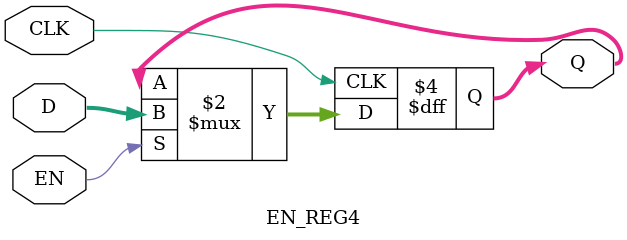
<source format=v>
/*	EN_REG4		*/
module	EN_REG4	( D, Q, EN, CLK );
input	[3:0]	D;
input		EN, CLK;
output	[3:0]	Q;
reg	[3:0]	Q;

	always	@( posedge CLK )
		if ( EN )
			Q <= D;
endmodule

</source>
